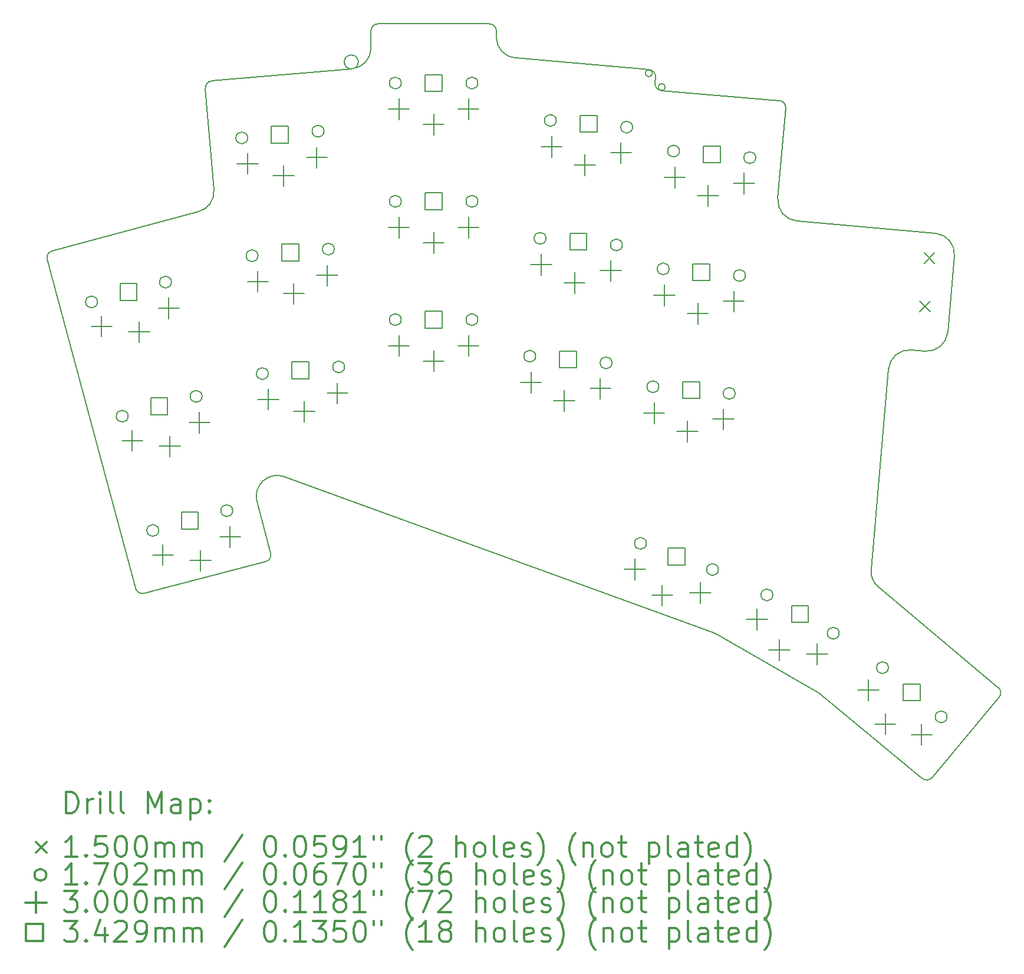
<source format=gbr>
%FSLAX45Y45*%
G04 Gerber Fmt 4.5, Leading zero omitted, Abs format (unit mm)*
G04 Created by KiCad (PCBNEW (5.1.10)-1) date 2021-09-28 07:08:21*
%MOMM*%
%LPD*%
G01*
G04 APERTURE LIST*
%TA.AperFunction,Profile*%
%ADD10C,0.150000*%
%TD*%
%ADD11C,0.200000*%
%ADD12C,0.300000*%
G04 APERTURE END LIST*
D10*
X22841889Y-11438755D02*
X24537221Y-11582290D01*
X16415625Y-12862500D02*
G75*
G02*
X16194412Y-13178424I-298858J-26147D01*
G01*
X15413099Y-18661336D02*
X17160539Y-18206850D01*
X17231250Y-18084375D02*
G75*
G02*
X17160539Y-18206850I-96593J-25882D01*
G01*
X17034375Y-17346396D02*
X17231250Y-18084375D01*
X14019914Y-13866224D02*
X15290625Y-18590625D01*
X15413099Y-18661336D02*
G75*
G02*
X15290625Y-18590625I-25882J96593D01*
G01*
X14090625Y-13743750D02*
X16194412Y-13178424D01*
X14019914Y-13866224D02*
G75*
G02*
X14090625Y-13743750I96593J25882D01*
G01*
X16293750Y-11409375D02*
X16415625Y-12862500D01*
X16384654Y-11301040D02*
X18397958Y-11127088D01*
X16293750Y-11409375D02*
G75*
G02*
X16384654Y-11301040I99620J8716D01*
G01*
X20471811Y-10672085D02*
X20471811Y-10580036D01*
X20371811Y-10480036D02*
G75*
G02*
X20471811Y-10580036I0J-100000D01*
G01*
X20371811Y-10480036D02*
X18771811Y-10480036D01*
X18671811Y-10580036D02*
G75*
G02*
X18771811Y-10480036I100000J0D01*
G01*
X18671811Y-10580036D02*
X18671811Y-10828230D01*
X22750985Y-11330420D02*
X22758248Y-11247404D01*
X22667344Y-11139069D02*
G75*
G02*
X22758248Y-11247404I-8716J-99620D01*
G01*
X20745665Y-10970944D02*
X22667344Y-11139069D01*
X25853880Y-18316903D02*
X26105713Y-15438436D01*
X24787500Y-13312500D02*
X26778122Y-13489625D01*
X26954962Y-14910444D02*
X27050834Y-13814630D01*
X26629957Y-15183156D02*
X26430718Y-15165725D01*
X24514788Y-12987495D02*
X24628125Y-11690625D01*
X24537221Y-11582290D02*
G75*
G02*
X24628125Y-11690625I-8716J-99620D01*
G01*
X17426759Y-16986842D02*
X23597822Y-19233747D01*
X23645216Y-19255847D02*
X25102306Y-20097098D01*
X25102306Y-20097098D02*
X26587242Y-21321701D01*
X26728125Y-21309375D02*
G75*
G02*
X26587242Y-21321701I-76604J64279D01*
G01*
X26728125Y-21309375D02*
X27693750Y-20156250D01*
X27681424Y-20015367D02*
G75*
G02*
X27693750Y-20156250I-64279J-76604D01*
G01*
X25959902Y-18572863D02*
X27681424Y-20015367D01*
X17034375Y-17346396D02*
G75*
G02*
X17426759Y-16986842I289778J77646D01*
G01*
X23597822Y-19233747D02*
G75*
G02*
X23645216Y-19255847I-102606J-281908D01*
G01*
X25959902Y-18572863D02*
G75*
G02*
X25853880Y-18316903I192836J229813D01*
G01*
X26105713Y-15438436D02*
G75*
G02*
X26430718Y-15165725I298858J-26147D01*
G01*
X26954962Y-14910444D02*
G75*
G02*
X26629957Y-15183156I-298858J26147D01*
G01*
X26778122Y-13489625D02*
G75*
G02*
X27050834Y-13814630I-26147J-298858D01*
G01*
X24787500Y-13312500D02*
G75*
G02*
X24514788Y-12987495I26147J298858D01*
G01*
X20745665Y-10970944D02*
G75*
G02*
X20471811Y-10672085I26147J298858D01*
G01*
X18671811Y-10828230D02*
G75*
G02*
X18397958Y-11127088I-300000J0D01*
G01*
X26105713Y-15438436D02*
G75*
G02*
X26105713Y-15438436I99620J-8716D01*
G01*
X26954962Y-14910444D02*
G75*
G02*
X26954962Y-14910444I-99619J8716D01*
G01*
X26778122Y-13489625D02*
G75*
G02*
X26778122Y-13489625I-8716J-99620D01*
G01*
X22841888Y-11438755D02*
G75*
G02*
X22750985Y-11330420I8716J99619D01*
G01*
X20745665Y-10970944D02*
G75*
G02*
X20745665Y-10970944I8716J99620D01*
G01*
X18397958Y-11127088D02*
G75*
G02*
X18397958Y-11127088I-8716J99619D01*
G01*
X23597822Y-19233747D02*
G75*
G02*
X23597822Y-19233747I-17101J-46985D01*
G01*
X22841889Y-11438755D02*
G75*
G02*
X22841889Y-11438755I4358J49810D01*
G01*
X22667344Y-11139069D02*
G75*
G02*
X22667344Y-11139069I-4358J-49810D01*
G01*
D11*
X26555946Y-14465798D02*
X26705946Y-14615798D01*
X26705946Y-14465798D02*
X26555946Y-14615798D01*
X26616955Y-13768461D02*
X26766955Y-13918461D01*
X26766955Y-13768461D02*
X26616955Y-13918461D01*
X14743229Y-14475504D02*
G75*
G03*
X14743229Y-14475504I-85090J0D01*
G01*
X15183221Y-16117578D02*
G75*
G03*
X15183221Y-16117578I-85090J0D01*
G01*
X15623213Y-17759652D02*
G75*
G03*
X15623213Y-17759652I-85090J0D01*
G01*
X15805747Y-14190803D02*
G75*
G03*
X15805747Y-14190803I-85090J0D01*
G01*
X16245739Y-15832877D02*
G75*
G03*
X16245739Y-15832877I-85090J0D01*
G01*
X16685732Y-17474951D02*
G75*
G03*
X16685732Y-17474951I-85090J0D01*
G01*
X16900738Y-12118769D02*
G75*
G03*
X16900738Y-12118769I-85090J0D01*
G01*
X17048903Y-13812300D02*
G75*
G03*
X17048903Y-13812300I-85090J0D01*
G01*
X17197067Y-15505831D02*
G75*
G03*
X17197067Y-15505831I-85090J0D01*
G01*
X17996552Y-12022898D02*
G75*
G03*
X17996552Y-12022898I-85090J0D01*
G01*
X18144717Y-13716429D02*
G75*
G03*
X18144717Y-13716429I-85090J0D01*
G01*
X18292881Y-15409960D02*
G75*
G03*
X18292881Y-15409960I-85090J0D01*
G01*
X19106901Y-11330036D02*
G75*
G03*
X19106901Y-11330036I-85090J0D01*
G01*
X19106901Y-13030036D02*
G75*
G03*
X19106901Y-13030036I-85090J0D01*
G01*
X19106901Y-14730036D02*
G75*
G03*
X19106901Y-14730036I-85090J0D01*
G01*
X20206901Y-11330036D02*
G75*
G03*
X20206901Y-11330036I-85090J0D01*
G01*
X20206901Y-13030036D02*
G75*
G03*
X20206901Y-13030036I-85090J0D01*
G01*
X20206901Y-14730036D02*
G75*
G03*
X20206901Y-14730036I-85090J0D01*
G01*
X21037159Y-15255236D02*
G75*
G03*
X21037159Y-15255236I-85090J0D01*
G01*
X21185324Y-13561705D02*
G75*
G03*
X21185324Y-13561705I-85090J0D01*
G01*
X21333489Y-11868174D02*
G75*
G03*
X21333489Y-11868174I-85090J0D01*
G01*
X22132973Y-15351107D02*
G75*
G03*
X22132973Y-15351107I-85090J0D01*
G01*
X22281138Y-13657576D02*
G75*
G03*
X22281138Y-13657576I-85090J0D01*
G01*
X22429303Y-11964046D02*
G75*
G03*
X22429303Y-11964046I-85090J0D01*
G01*
X22627518Y-17945064D02*
G75*
G03*
X22627518Y-17945064I-85090J0D01*
G01*
X22805615Y-15694372D02*
G75*
G03*
X22805615Y-15694372I-85090J0D01*
G01*
X22953780Y-14000841D02*
G75*
G03*
X22953780Y-14000841I-85090J0D01*
G01*
X23101945Y-12307310D02*
G75*
G03*
X23101945Y-12307310I-85090J0D01*
G01*
X23661179Y-18321286D02*
G75*
G03*
X23661179Y-18321286I-85090J0D01*
G01*
X23901429Y-15790243D02*
G75*
G03*
X23901429Y-15790243I-85090J0D01*
G01*
X24049594Y-14096712D02*
G75*
G03*
X24049594Y-14096712I-85090J0D01*
G01*
X24197759Y-12403181D02*
G75*
G03*
X24197759Y-12403181I-85090J0D01*
G01*
X24443262Y-18685977D02*
G75*
G03*
X24443262Y-18685977I-85090J0D01*
G01*
X25395890Y-19235977D02*
G75*
G03*
X25395890Y-19235977I-85090J0D01*
G01*
X26102762Y-19730934D02*
G75*
G03*
X26102762Y-19730934I-85090J0D01*
G01*
X26945411Y-20438001D02*
G75*
G03*
X26945411Y-20438001I-85090J0D01*
G01*
X14803492Y-14674785D02*
X14803492Y-14974785D01*
X14653492Y-14824785D02*
X14953492Y-14824785D01*
X15243484Y-16316859D02*
X15243484Y-16616859D01*
X15093484Y-16466859D02*
X15393484Y-16466859D01*
X15343395Y-14757879D02*
X15343395Y-15057879D01*
X15193395Y-14907879D02*
X15493395Y-14907879D01*
X15343395Y-14757879D02*
X15343395Y-15057879D01*
X15193395Y-14907879D02*
X15493395Y-14907879D01*
X15683477Y-17958933D02*
X15683477Y-18258933D01*
X15533477Y-18108933D02*
X15833477Y-18108933D01*
X15769418Y-14415966D02*
X15769418Y-14715966D01*
X15619418Y-14565966D02*
X15919418Y-14565966D01*
X15783388Y-16399953D02*
X15783388Y-16699953D01*
X15633388Y-16549953D02*
X15933388Y-16549953D01*
X15783388Y-16399953D02*
X15783388Y-16699953D01*
X15633388Y-16549953D02*
X15933388Y-16549953D01*
X16209410Y-16058040D02*
X16209410Y-16358040D01*
X16059410Y-16208040D02*
X16359410Y-16208040D01*
X16223380Y-18042027D02*
X16223380Y-18342027D01*
X16073380Y-18192027D02*
X16373380Y-18192027D01*
X16223380Y-18042027D02*
X16223380Y-18342027D01*
X16073380Y-18192027D02*
X16373380Y-18192027D01*
X16649403Y-17700114D02*
X16649403Y-18000114D01*
X16499403Y-17850114D02*
X16799403Y-17850114D01*
X16898141Y-12337985D02*
X16898141Y-12637985D01*
X16748141Y-12487985D02*
X17048141Y-12487985D01*
X17046306Y-14031516D02*
X17046306Y-14331516D01*
X16896306Y-14181516D02*
X17196306Y-14181516D01*
X17194470Y-15725047D02*
X17194470Y-16025047D01*
X17044470Y-15875047D02*
X17344470Y-15875047D01*
X17415413Y-12513570D02*
X17415413Y-12813570D01*
X17265413Y-12663570D02*
X17565413Y-12663570D01*
X17415413Y-12513570D02*
X17415413Y-12813570D01*
X17265413Y-12663570D02*
X17565413Y-12663570D01*
X17563577Y-14207101D02*
X17563577Y-14507101D01*
X17413577Y-14357101D02*
X17713577Y-14357101D01*
X17563577Y-14207101D02*
X17563577Y-14507101D01*
X17413577Y-14357101D02*
X17713577Y-14357101D01*
X17711742Y-15900632D02*
X17711742Y-16200632D01*
X17561742Y-16050632D02*
X17861742Y-16050632D01*
X17711742Y-15900632D02*
X17711742Y-16200632D01*
X17561742Y-16050632D02*
X17861742Y-16050632D01*
X17894336Y-12250829D02*
X17894336Y-12550829D01*
X17744336Y-12400829D02*
X18044336Y-12400829D01*
X18042500Y-13944360D02*
X18042500Y-14244360D01*
X17892500Y-14094360D02*
X18192500Y-14094360D01*
X18190665Y-15637891D02*
X18190665Y-15937891D01*
X18040665Y-15787891D02*
X18340665Y-15787891D01*
X19071811Y-11555036D02*
X19071811Y-11855036D01*
X18921811Y-11705036D02*
X19221811Y-11705036D01*
X19071811Y-13255036D02*
X19071811Y-13555036D01*
X18921811Y-13405036D02*
X19221811Y-13405036D01*
X19071811Y-14955036D02*
X19071811Y-15255036D01*
X18921811Y-15105036D02*
X19221811Y-15105036D01*
X19571811Y-11775036D02*
X19571811Y-12075036D01*
X19421811Y-11925036D02*
X19721811Y-11925036D01*
X19571811Y-11775036D02*
X19571811Y-12075036D01*
X19421811Y-11925036D02*
X19721811Y-11925036D01*
X19571811Y-13475036D02*
X19571811Y-13775036D01*
X19421811Y-13625036D02*
X19721811Y-13625036D01*
X19571811Y-13475036D02*
X19571811Y-13775036D01*
X19421811Y-13625036D02*
X19721811Y-13625036D01*
X19571811Y-15175036D02*
X19571811Y-15475036D01*
X19421811Y-15325036D02*
X19721811Y-15325036D01*
X19571811Y-15175036D02*
X19571811Y-15475036D01*
X19421811Y-15325036D02*
X19721811Y-15325036D01*
X20071811Y-11555036D02*
X20071811Y-11855036D01*
X19921811Y-11705036D02*
X20221811Y-11705036D01*
X20071811Y-13255036D02*
X20071811Y-13555036D01*
X19921811Y-13405036D02*
X20221811Y-13405036D01*
X20071811Y-14955036D02*
X20071811Y-15255036D01*
X19921811Y-15105036D02*
X20221811Y-15105036D01*
X20969195Y-15483167D02*
X20969195Y-15783167D01*
X20819195Y-15633167D02*
X21119195Y-15633167D01*
X21117360Y-13789636D02*
X21117360Y-14089636D01*
X20967360Y-13939636D02*
X21267360Y-13939636D01*
X21265525Y-12096105D02*
X21265525Y-12396105D01*
X21115525Y-12246105D02*
X21415525Y-12246105D01*
X21448118Y-15745908D02*
X21448118Y-16045908D01*
X21298118Y-15895908D02*
X21598118Y-15895908D01*
X21448118Y-15745908D02*
X21448118Y-16045908D01*
X21298118Y-15895908D02*
X21598118Y-15895908D01*
X21596283Y-14052377D02*
X21596283Y-14352377D01*
X21446283Y-14202377D02*
X21746283Y-14202377D01*
X21596283Y-14052377D02*
X21596283Y-14352377D01*
X21446283Y-14202377D02*
X21746283Y-14202377D01*
X21744448Y-12358846D02*
X21744448Y-12658846D01*
X21594448Y-12508846D02*
X21894448Y-12508846D01*
X21744448Y-12358846D02*
X21744448Y-12658846D01*
X21594448Y-12508846D02*
X21894448Y-12508846D01*
X21965390Y-15570323D02*
X21965390Y-15870323D01*
X21815390Y-15720323D02*
X22115390Y-15720323D01*
X22113555Y-13876792D02*
X22113555Y-14176792D01*
X21963555Y-14026792D02*
X22263555Y-14026792D01*
X22261720Y-12183261D02*
X22261720Y-12483261D01*
X22111720Y-12333261D02*
X22411719Y-12333261D01*
X22461155Y-18164549D02*
X22461155Y-18464549D01*
X22311155Y-18314549D02*
X22611155Y-18314549D01*
X22737652Y-15922302D02*
X22737652Y-16222302D01*
X22587652Y-16072302D02*
X22887652Y-16072302D01*
X22855757Y-18542292D02*
X22855757Y-18842292D01*
X22705757Y-18692292D02*
X23005757Y-18692292D01*
X22855757Y-18542292D02*
X22855757Y-18842292D01*
X22705757Y-18692292D02*
X23005757Y-18692292D01*
X22885816Y-14228771D02*
X22885816Y-14528771D01*
X22735816Y-14378771D02*
X23035816Y-14378771D01*
X23033981Y-12535240D02*
X23033981Y-12835240D01*
X22883981Y-12685240D02*
X23183981Y-12685240D01*
X23216575Y-16185043D02*
X23216575Y-16485043D01*
X23066575Y-16335043D02*
X23366575Y-16335043D01*
X23216575Y-16185043D02*
X23216575Y-16485043D01*
X23066575Y-16335043D02*
X23366575Y-16335043D01*
X23364739Y-14491512D02*
X23364739Y-14791512D01*
X23214739Y-14641512D02*
X23514739Y-14641512D01*
X23364739Y-14491512D02*
X23364739Y-14791512D01*
X23214739Y-14641512D02*
X23514739Y-14641512D01*
X23400847Y-18506569D02*
X23400847Y-18806569D01*
X23250847Y-18656569D02*
X23550847Y-18656569D01*
X23512904Y-12797981D02*
X23512904Y-13097981D01*
X23362904Y-12947981D02*
X23662904Y-12947981D01*
X23512904Y-12797981D02*
X23512904Y-13097981D01*
X23362904Y-12947981D02*
X23662904Y-12947981D01*
X23733846Y-16009458D02*
X23733846Y-16309458D01*
X23583846Y-16159458D02*
X23883846Y-16159458D01*
X23882011Y-14315927D02*
X23882011Y-14615927D01*
X23732011Y-14465927D02*
X24032011Y-14465927D01*
X24030176Y-12622396D02*
X24030176Y-12922396D01*
X23880176Y-12772396D02*
X24180176Y-12772396D01*
X24213973Y-18885736D02*
X24213973Y-19185736D01*
X24063973Y-19035736D02*
X24363973Y-19035736D01*
X24536986Y-19326262D02*
X24536986Y-19626262D01*
X24386986Y-19476262D02*
X24686986Y-19476262D01*
X24536986Y-19326262D02*
X24536986Y-19626262D01*
X24386986Y-19476262D02*
X24686986Y-19476262D01*
X25079998Y-19385736D02*
X25079998Y-19685736D01*
X24929998Y-19535736D02*
X25229998Y-19535736D01*
X25814929Y-19900340D02*
X25814929Y-20200340D01*
X25664929Y-20050340D02*
X25964929Y-20050340D01*
X26056538Y-20390264D02*
X26056538Y-20690264D01*
X25906538Y-20540264D02*
X26206538Y-20540264D01*
X26056538Y-20390264D02*
X26056538Y-20690264D01*
X25906538Y-20540264D02*
X26206538Y-20540264D01*
X26580974Y-20543128D02*
X26580974Y-20843128D01*
X26430974Y-20693128D02*
X26730974Y-20693128D01*
X15310632Y-14454388D02*
X15310632Y-14211919D01*
X15068163Y-14211919D01*
X15068163Y-14454388D01*
X15310632Y-14454388D01*
X15750625Y-16096462D02*
X15750625Y-15853993D01*
X15508156Y-15853993D01*
X15508156Y-16096462D01*
X15750625Y-16096462D01*
X16190617Y-17738536D02*
X16190617Y-17496067D01*
X15948148Y-17496067D01*
X15948148Y-17738536D01*
X16190617Y-17738536D01*
X17484789Y-12192068D02*
X17484789Y-11949599D01*
X17242320Y-11949599D01*
X17242320Y-12192068D01*
X17484789Y-12192068D01*
X17632954Y-13885599D02*
X17632954Y-13643130D01*
X17390485Y-13643130D01*
X17390485Y-13885599D01*
X17632954Y-13885599D01*
X17781119Y-15579130D02*
X17781119Y-15336661D01*
X17538650Y-15336661D01*
X17538650Y-15579130D01*
X17781119Y-15579130D01*
X19693046Y-11451271D02*
X19693046Y-11208801D01*
X19450577Y-11208801D01*
X19450577Y-11451271D01*
X19693046Y-11451271D01*
X19693046Y-13151271D02*
X19693046Y-12908801D01*
X19450577Y-12908801D01*
X19450577Y-13151271D01*
X19693046Y-13151271D01*
X19693046Y-14851271D02*
X19693046Y-14608801D01*
X19450577Y-14608801D01*
X19450577Y-14851271D01*
X19693046Y-14851271D01*
X21621211Y-15424406D02*
X21621211Y-15181937D01*
X21378742Y-15181937D01*
X21378742Y-15424406D01*
X21621211Y-15424406D01*
X21769375Y-13730875D02*
X21769375Y-13488406D01*
X21526906Y-13488406D01*
X21526906Y-13730875D01*
X21769375Y-13730875D01*
X21917540Y-12037344D02*
X21917540Y-11794875D01*
X21675071Y-11794875D01*
X21675071Y-12037344D01*
X21917540Y-12037344D01*
X23180493Y-18254409D02*
X23180493Y-18011940D01*
X22938024Y-18011940D01*
X22938024Y-18254409D01*
X23180493Y-18254409D01*
X23389667Y-15863542D02*
X23389667Y-15621073D01*
X23147198Y-15621073D01*
X23147198Y-15863542D01*
X23389667Y-15863542D01*
X23537832Y-14170011D02*
X23537832Y-13927542D01*
X23295363Y-13927542D01*
X23295363Y-14170011D01*
X23537832Y-14170011D01*
X23685996Y-12476480D02*
X23685996Y-12234011D01*
X23443527Y-12234011D01*
X23443527Y-12476480D01*
X23685996Y-12476480D01*
X24955720Y-19082211D02*
X24955720Y-18839742D01*
X24713251Y-18839742D01*
X24713251Y-19082211D01*
X24955720Y-19082211D01*
X26560231Y-20205702D02*
X26560231Y-19963233D01*
X26317762Y-19963233D01*
X26317762Y-20205702D01*
X26560231Y-20205702D01*
D12*
X14295435Y-21818311D02*
X14295435Y-21518311D01*
X14366864Y-21518311D01*
X14409721Y-21532596D01*
X14438292Y-21561168D01*
X14452578Y-21589739D01*
X14466864Y-21646882D01*
X14466864Y-21689739D01*
X14452578Y-21746882D01*
X14438292Y-21775453D01*
X14409721Y-21804025D01*
X14366864Y-21818311D01*
X14295435Y-21818311D01*
X14595435Y-21818311D02*
X14595435Y-21618311D01*
X14595435Y-21675453D02*
X14609721Y-21646882D01*
X14624007Y-21632596D01*
X14652578Y-21618311D01*
X14681150Y-21618311D01*
X14781150Y-21818311D02*
X14781150Y-21618311D01*
X14781150Y-21518311D02*
X14766864Y-21532596D01*
X14781150Y-21546882D01*
X14795435Y-21532596D01*
X14781150Y-21518311D01*
X14781150Y-21546882D01*
X14966864Y-21818311D02*
X14938292Y-21804025D01*
X14924007Y-21775453D01*
X14924007Y-21518311D01*
X15124007Y-21818311D02*
X15095435Y-21804025D01*
X15081150Y-21775453D01*
X15081150Y-21518311D01*
X15466864Y-21818311D02*
X15466864Y-21518311D01*
X15566864Y-21732596D01*
X15666864Y-21518311D01*
X15666864Y-21818311D01*
X15938292Y-21818311D02*
X15938292Y-21661168D01*
X15924007Y-21632596D01*
X15895435Y-21618311D01*
X15838292Y-21618311D01*
X15809721Y-21632596D01*
X15938292Y-21804025D02*
X15909721Y-21818311D01*
X15838292Y-21818311D01*
X15809721Y-21804025D01*
X15795435Y-21775453D01*
X15795435Y-21746882D01*
X15809721Y-21718311D01*
X15838292Y-21704025D01*
X15909721Y-21704025D01*
X15938292Y-21689739D01*
X16081150Y-21618311D02*
X16081150Y-21918311D01*
X16081150Y-21632596D02*
X16109721Y-21618311D01*
X16166864Y-21618311D01*
X16195435Y-21632596D01*
X16209721Y-21646882D01*
X16224007Y-21675453D01*
X16224007Y-21761168D01*
X16209721Y-21789739D01*
X16195435Y-21804025D01*
X16166864Y-21818311D01*
X16109721Y-21818311D01*
X16081150Y-21804025D01*
X16352578Y-21789739D02*
X16366864Y-21804025D01*
X16352578Y-21818311D01*
X16338292Y-21804025D01*
X16352578Y-21789739D01*
X16352578Y-21818311D01*
X16352578Y-21632596D02*
X16366864Y-21646882D01*
X16352578Y-21661168D01*
X16338292Y-21646882D01*
X16352578Y-21632596D01*
X16352578Y-21661168D01*
X13859007Y-22237596D02*
X14009007Y-22387596D01*
X14009007Y-22237596D02*
X13859007Y-22387596D01*
X14452578Y-22448310D02*
X14281150Y-22448310D01*
X14366864Y-22448310D02*
X14366864Y-22148311D01*
X14338292Y-22191168D01*
X14309721Y-22219739D01*
X14281150Y-22234025D01*
X14581150Y-22419739D02*
X14595435Y-22434025D01*
X14581150Y-22448310D01*
X14566864Y-22434025D01*
X14581150Y-22419739D01*
X14581150Y-22448310D01*
X14866864Y-22148311D02*
X14724007Y-22148311D01*
X14709721Y-22291168D01*
X14724007Y-22276882D01*
X14752578Y-22262596D01*
X14824007Y-22262596D01*
X14852578Y-22276882D01*
X14866864Y-22291168D01*
X14881150Y-22319739D01*
X14881150Y-22391168D01*
X14866864Y-22419739D01*
X14852578Y-22434025D01*
X14824007Y-22448310D01*
X14752578Y-22448310D01*
X14724007Y-22434025D01*
X14709721Y-22419739D01*
X15066864Y-22148311D02*
X15095435Y-22148311D01*
X15124007Y-22162596D01*
X15138292Y-22176882D01*
X15152578Y-22205453D01*
X15166864Y-22262596D01*
X15166864Y-22334025D01*
X15152578Y-22391168D01*
X15138292Y-22419739D01*
X15124007Y-22434025D01*
X15095435Y-22448310D01*
X15066864Y-22448310D01*
X15038292Y-22434025D01*
X15024007Y-22419739D01*
X15009721Y-22391168D01*
X14995435Y-22334025D01*
X14995435Y-22262596D01*
X15009721Y-22205453D01*
X15024007Y-22176882D01*
X15038292Y-22162596D01*
X15066864Y-22148311D01*
X15352578Y-22148311D02*
X15381150Y-22148311D01*
X15409721Y-22162596D01*
X15424007Y-22176882D01*
X15438292Y-22205453D01*
X15452578Y-22262596D01*
X15452578Y-22334025D01*
X15438292Y-22391168D01*
X15424007Y-22419739D01*
X15409721Y-22434025D01*
X15381150Y-22448310D01*
X15352578Y-22448310D01*
X15324007Y-22434025D01*
X15309721Y-22419739D01*
X15295435Y-22391168D01*
X15281150Y-22334025D01*
X15281150Y-22262596D01*
X15295435Y-22205453D01*
X15309721Y-22176882D01*
X15324007Y-22162596D01*
X15352578Y-22148311D01*
X15581150Y-22448310D02*
X15581150Y-22248311D01*
X15581150Y-22276882D02*
X15595435Y-22262596D01*
X15624007Y-22248311D01*
X15666864Y-22248311D01*
X15695435Y-22262596D01*
X15709721Y-22291168D01*
X15709721Y-22448310D01*
X15709721Y-22291168D02*
X15724007Y-22262596D01*
X15752578Y-22248311D01*
X15795435Y-22248311D01*
X15824007Y-22262596D01*
X15838292Y-22291168D01*
X15838292Y-22448310D01*
X15981150Y-22448310D02*
X15981150Y-22248311D01*
X15981150Y-22276882D02*
X15995435Y-22262596D01*
X16024007Y-22248311D01*
X16066864Y-22248311D01*
X16095435Y-22262596D01*
X16109721Y-22291168D01*
X16109721Y-22448310D01*
X16109721Y-22291168D02*
X16124007Y-22262596D01*
X16152578Y-22248311D01*
X16195435Y-22248311D01*
X16224007Y-22262596D01*
X16238292Y-22291168D01*
X16238292Y-22448310D01*
X16824007Y-22134025D02*
X16566864Y-22519739D01*
X17209721Y-22148311D02*
X17238293Y-22148311D01*
X17266864Y-22162596D01*
X17281150Y-22176882D01*
X17295435Y-22205453D01*
X17309721Y-22262596D01*
X17309721Y-22334025D01*
X17295435Y-22391168D01*
X17281150Y-22419739D01*
X17266864Y-22434025D01*
X17238293Y-22448310D01*
X17209721Y-22448310D01*
X17181150Y-22434025D01*
X17166864Y-22419739D01*
X17152578Y-22391168D01*
X17138293Y-22334025D01*
X17138293Y-22262596D01*
X17152578Y-22205453D01*
X17166864Y-22176882D01*
X17181150Y-22162596D01*
X17209721Y-22148311D01*
X17438293Y-22419739D02*
X17452578Y-22434025D01*
X17438293Y-22448310D01*
X17424007Y-22434025D01*
X17438293Y-22419739D01*
X17438293Y-22448310D01*
X17638293Y-22148311D02*
X17666864Y-22148311D01*
X17695435Y-22162596D01*
X17709721Y-22176882D01*
X17724007Y-22205453D01*
X17738293Y-22262596D01*
X17738293Y-22334025D01*
X17724007Y-22391168D01*
X17709721Y-22419739D01*
X17695435Y-22434025D01*
X17666864Y-22448310D01*
X17638293Y-22448310D01*
X17609721Y-22434025D01*
X17595435Y-22419739D01*
X17581150Y-22391168D01*
X17566864Y-22334025D01*
X17566864Y-22262596D01*
X17581150Y-22205453D01*
X17595435Y-22176882D01*
X17609721Y-22162596D01*
X17638293Y-22148311D01*
X18009721Y-22148311D02*
X17866864Y-22148311D01*
X17852578Y-22291168D01*
X17866864Y-22276882D01*
X17895435Y-22262596D01*
X17966864Y-22262596D01*
X17995435Y-22276882D01*
X18009721Y-22291168D01*
X18024007Y-22319739D01*
X18024007Y-22391168D01*
X18009721Y-22419739D01*
X17995435Y-22434025D01*
X17966864Y-22448310D01*
X17895435Y-22448310D01*
X17866864Y-22434025D01*
X17852578Y-22419739D01*
X18166864Y-22448310D02*
X18224007Y-22448310D01*
X18252578Y-22434025D01*
X18266864Y-22419739D01*
X18295435Y-22376882D01*
X18309721Y-22319739D01*
X18309721Y-22205453D01*
X18295435Y-22176882D01*
X18281150Y-22162596D01*
X18252578Y-22148311D01*
X18195435Y-22148311D01*
X18166864Y-22162596D01*
X18152578Y-22176882D01*
X18138293Y-22205453D01*
X18138293Y-22276882D01*
X18152578Y-22305453D01*
X18166864Y-22319739D01*
X18195435Y-22334025D01*
X18252578Y-22334025D01*
X18281150Y-22319739D01*
X18295435Y-22305453D01*
X18309721Y-22276882D01*
X18595435Y-22448310D02*
X18424007Y-22448310D01*
X18509721Y-22448310D02*
X18509721Y-22148311D01*
X18481150Y-22191168D01*
X18452578Y-22219739D01*
X18424007Y-22234025D01*
X18709721Y-22148311D02*
X18709721Y-22205453D01*
X18824007Y-22148311D02*
X18824007Y-22205453D01*
X19266864Y-22562596D02*
X19252578Y-22548310D01*
X19224007Y-22505453D01*
X19209721Y-22476882D01*
X19195435Y-22434025D01*
X19181150Y-22362596D01*
X19181150Y-22305453D01*
X19195435Y-22234025D01*
X19209721Y-22191168D01*
X19224007Y-22162596D01*
X19252578Y-22119739D01*
X19266864Y-22105453D01*
X19366864Y-22176882D02*
X19381150Y-22162596D01*
X19409721Y-22148311D01*
X19481150Y-22148311D01*
X19509721Y-22162596D01*
X19524007Y-22176882D01*
X19538293Y-22205453D01*
X19538293Y-22234025D01*
X19524007Y-22276882D01*
X19352578Y-22448310D01*
X19538293Y-22448310D01*
X19895435Y-22448310D02*
X19895435Y-22148311D01*
X20024007Y-22448310D02*
X20024007Y-22291168D01*
X20009721Y-22262596D01*
X19981150Y-22248311D01*
X19938293Y-22248311D01*
X19909721Y-22262596D01*
X19895435Y-22276882D01*
X20209721Y-22448310D02*
X20181150Y-22434025D01*
X20166864Y-22419739D01*
X20152578Y-22391168D01*
X20152578Y-22305453D01*
X20166864Y-22276882D01*
X20181150Y-22262596D01*
X20209721Y-22248311D01*
X20252578Y-22248311D01*
X20281150Y-22262596D01*
X20295435Y-22276882D01*
X20309721Y-22305453D01*
X20309721Y-22391168D01*
X20295435Y-22419739D01*
X20281150Y-22434025D01*
X20252578Y-22448310D01*
X20209721Y-22448310D01*
X20481150Y-22448310D02*
X20452578Y-22434025D01*
X20438293Y-22405453D01*
X20438293Y-22148311D01*
X20709721Y-22434025D02*
X20681150Y-22448310D01*
X20624007Y-22448310D01*
X20595435Y-22434025D01*
X20581150Y-22405453D01*
X20581150Y-22291168D01*
X20595435Y-22262596D01*
X20624007Y-22248311D01*
X20681150Y-22248311D01*
X20709721Y-22262596D01*
X20724007Y-22291168D01*
X20724007Y-22319739D01*
X20581150Y-22348311D01*
X20838293Y-22434025D02*
X20866864Y-22448310D01*
X20924007Y-22448310D01*
X20952578Y-22434025D01*
X20966864Y-22405453D01*
X20966864Y-22391168D01*
X20952578Y-22362596D01*
X20924007Y-22348311D01*
X20881150Y-22348311D01*
X20852578Y-22334025D01*
X20838293Y-22305453D01*
X20838293Y-22291168D01*
X20852578Y-22262596D01*
X20881150Y-22248311D01*
X20924007Y-22248311D01*
X20952578Y-22262596D01*
X21066864Y-22562596D02*
X21081150Y-22548310D01*
X21109721Y-22505453D01*
X21124007Y-22476882D01*
X21138293Y-22434025D01*
X21152578Y-22362596D01*
X21152578Y-22305453D01*
X21138293Y-22234025D01*
X21124007Y-22191168D01*
X21109721Y-22162596D01*
X21081150Y-22119739D01*
X21066864Y-22105453D01*
X21609721Y-22562596D02*
X21595435Y-22548310D01*
X21566864Y-22505453D01*
X21552578Y-22476882D01*
X21538293Y-22434025D01*
X21524007Y-22362596D01*
X21524007Y-22305453D01*
X21538293Y-22234025D01*
X21552578Y-22191168D01*
X21566864Y-22162596D01*
X21595435Y-22119739D01*
X21609721Y-22105453D01*
X21724007Y-22248311D02*
X21724007Y-22448310D01*
X21724007Y-22276882D02*
X21738293Y-22262596D01*
X21766864Y-22248311D01*
X21809721Y-22248311D01*
X21838293Y-22262596D01*
X21852578Y-22291168D01*
X21852578Y-22448310D01*
X22038293Y-22448310D02*
X22009721Y-22434025D01*
X21995435Y-22419739D01*
X21981150Y-22391168D01*
X21981150Y-22305453D01*
X21995435Y-22276882D01*
X22009721Y-22262596D01*
X22038293Y-22248311D01*
X22081150Y-22248311D01*
X22109721Y-22262596D01*
X22124007Y-22276882D01*
X22138293Y-22305453D01*
X22138293Y-22391168D01*
X22124007Y-22419739D01*
X22109721Y-22434025D01*
X22081150Y-22448310D01*
X22038293Y-22448310D01*
X22224007Y-22248311D02*
X22338293Y-22248311D01*
X22266864Y-22148311D02*
X22266864Y-22405453D01*
X22281150Y-22434025D01*
X22309721Y-22448310D01*
X22338293Y-22448310D01*
X22666864Y-22248311D02*
X22666864Y-22548310D01*
X22666864Y-22262596D02*
X22695435Y-22248311D01*
X22752578Y-22248311D01*
X22781150Y-22262596D01*
X22795435Y-22276882D01*
X22809721Y-22305453D01*
X22809721Y-22391168D01*
X22795435Y-22419739D01*
X22781150Y-22434025D01*
X22752578Y-22448310D01*
X22695435Y-22448310D01*
X22666864Y-22434025D01*
X22981150Y-22448310D02*
X22952578Y-22434025D01*
X22938292Y-22405453D01*
X22938292Y-22148311D01*
X23224007Y-22448310D02*
X23224007Y-22291168D01*
X23209721Y-22262596D01*
X23181150Y-22248311D01*
X23124007Y-22248311D01*
X23095435Y-22262596D01*
X23224007Y-22434025D02*
X23195435Y-22448310D01*
X23124007Y-22448310D01*
X23095435Y-22434025D01*
X23081150Y-22405453D01*
X23081150Y-22376882D01*
X23095435Y-22348311D01*
X23124007Y-22334025D01*
X23195435Y-22334025D01*
X23224007Y-22319739D01*
X23324007Y-22248311D02*
X23438292Y-22248311D01*
X23366864Y-22148311D02*
X23366864Y-22405453D01*
X23381150Y-22434025D01*
X23409721Y-22448310D01*
X23438292Y-22448310D01*
X23652578Y-22434025D02*
X23624007Y-22448310D01*
X23566864Y-22448310D01*
X23538292Y-22434025D01*
X23524007Y-22405453D01*
X23524007Y-22291168D01*
X23538292Y-22262596D01*
X23566864Y-22248311D01*
X23624007Y-22248311D01*
X23652578Y-22262596D01*
X23666864Y-22291168D01*
X23666864Y-22319739D01*
X23524007Y-22348311D01*
X23924007Y-22448310D02*
X23924007Y-22148311D01*
X23924007Y-22434025D02*
X23895435Y-22448310D01*
X23838292Y-22448310D01*
X23809721Y-22434025D01*
X23795435Y-22419739D01*
X23781150Y-22391168D01*
X23781150Y-22305453D01*
X23795435Y-22276882D01*
X23809721Y-22262596D01*
X23838292Y-22248311D01*
X23895435Y-22248311D01*
X23924007Y-22262596D01*
X24038292Y-22562596D02*
X24052578Y-22548310D01*
X24081150Y-22505453D01*
X24095435Y-22476882D01*
X24109721Y-22434025D01*
X24124007Y-22362596D01*
X24124007Y-22305453D01*
X24109721Y-22234025D01*
X24095435Y-22191168D01*
X24081150Y-22162596D01*
X24052578Y-22119739D01*
X24038292Y-22105453D01*
X14009007Y-22708596D02*
G75*
G03*
X14009007Y-22708596I-85090J0D01*
G01*
X14452578Y-22844310D02*
X14281150Y-22844310D01*
X14366864Y-22844310D02*
X14366864Y-22544310D01*
X14338292Y-22587168D01*
X14309721Y-22615739D01*
X14281150Y-22630025D01*
X14581150Y-22815739D02*
X14595435Y-22830025D01*
X14581150Y-22844310D01*
X14566864Y-22830025D01*
X14581150Y-22815739D01*
X14581150Y-22844310D01*
X14695435Y-22544310D02*
X14895435Y-22544310D01*
X14766864Y-22844310D01*
X15066864Y-22544310D02*
X15095435Y-22544310D01*
X15124007Y-22558596D01*
X15138292Y-22572882D01*
X15152578Y-22601453D01*
X15166864Y-22658596D01*
X15166864Y-22730025D01*
X15152578Y-22787168D01*
X15138292Y-22815739D01*
X15124007Y-22830025D01*
X15095435Y-22844310D01*
X15066864Y-22844310D01*
X15038292Y-22830025D01*
X15024007Y-22815739D01*
X15009721Y-22787168D01*
X14995435Y-22730025D01*
X14995435Y-22658596D01*
X15009721Y-22601453D01*
X15024007Y-22572882D01*
X15038292Y-22558596D01*
X15066864Y-22544310D01*
X15281150Y-22572882D02*
X15295435Y-22558596D01*
X15324007Y-22544310D01*
X15395435Y-22544310D01*
X15424007Y-22558596D01*
X15438292Y-22572882D01*
X15452578Y-22601453D01*
X15452578Y-22630025D01*
X15438292Y-22672882D01*
X15266864Y-22844310D01*
X15452578Y-22844310D01*
X15581150Y-22844310D02*
X15581150Y-22644310D01*
X15581150Y-22672882D02*
X15595435Y-22658596D01*
X15624007Y-22644310D01*
X15666864Y-22644310D01*
X15695435Y-22658596D01*
X15709721Y-22687168D01*
X15709721Y-22844310D01*
X15709721Y-22687168D02*
X15724007Y-22658596D01*
X15752578Y-22644310D01*
X15795435Y-22644310D01*
X15824007Y-22658596D01*
X15838292Y-22687168D01*
X15838292Y-22844310D01*
X15981150Y-22844310D02*
X15981150Y-22644310D01*
X15981150Y-22672882D02*
X15995435Y-22658596D01*
X16024007Y-22644310D01*
X16066864Y-22644310D01*
X16095435Y-22658596D01*
X16109721Y-22687168D01*
X16109721Y-22844310D01*
X16109721Y-22687168D02*
X16124007Y-22658596D01*
X16152578Y-22644310D01*
X16195435Y-22644310D01*
X16224007Y-22658596D01*
X16238292Y-22687168D01*
X16238292Y-22844310D01*
X16824007Y-22530025D02*
X16566864Y-22915739D01*
X17209721Y-22544310D02*
X17238293Y-22544310D01*
X17266864Y-22558596D01*
X17281150Y-22572882D01*
X17295435Y-22601453D01*
X17309721Y-22658596D01*
X17309721Y-22730025D01*
X17295435Y-22787168D01*
X17281150Y-22815739D01*
X17266864Y-22830025D01*
X17238293Y-22844310D01*
X17209721Y-22844310D01*
X17181150Y-22830025D01*
X17166864Y-22815739D01*
X17152578Y-22787168D01*
X17138293Y-22730025D01*
X17138293Y-22658596D01*
X17152578Y-22601453D01*
X17166864Y-22572882D01*
X17181150Y-22558596D01*
X17209721Y-22544310D01*
X17438293Y-22815739D02*
X17452578Y-22830025D01*
X17438293Y-22844310D01*
X17424007Y-22830025D01*
X17438293Y-22815739D01*
X17438293Y-22844310D01*
X17638293Y-22544310D02*
X17666864Y-22544310D01*
X17695435Y-22558596D01*
X17709721Y-22572882D01*
X17724007Y-22601453D01*
X17738293Y-22658596D01*
X17738293Y-22730025D01*
X17724007Y-22787168D01*
X17709721Y-22815739D01*
X17695435Y-22830025D01*
X17666864Y-22844310D01*
X17638293Y-22844310D01*
X17609721Y-22830025D01*
X17595435Y-22815739D01*
X17581150Y-22787168D01*
X17566864Y-22730025D01*
X17566864Y-22658596D01*
X17581150Y-22601453D01*
X17595435Y-22572882D01*
X17609721Y-22558596D01*
X17638293Y-22544310D01*
X17995435Y-22544310D02*
X17938293Y-22544310D01*
X17909721Y-22558596D01*
X17895435Y-22572882D01*
X17866864Y-22615739D01*
X17852578Y-22672882D01*
X17852578Y-22787168D01*
X17866864Y-22815739D01*
X17881150Y-22830025D01*
X17909721Y-22844310D01*
X17966864Y-22844310D01*
X17995435Y-22830025D01*
X18009721Y-22815739D01*
X18024007Y-22787168D01*
X18024007Y-22715739D01*
X18009721Y-22687168D01*
X17995435Y-22672882D01*
X17966864Y-22658596D01*
X17909721Y-22658596D01*
X17881150Y-22672882D01*
X17866864Y-22687168D01*
X17852578Y-22715739D01*
X18124007Y-22544310D02*
X18324007Y-22544310D01*
X18195435Y-22844310D01*
X18495435Y-22544310D02*
X18524007Y-22544310D01*
X18552578Y-22558596D01*
X18566864Y-22572882D01*
X18581150Y-22601453D01*
X18595435Y-22658596D01*
X18595435Y-22730025D01*
X18581150Y-22787168D01*
X18566864Y-22815739D01*
X18552578Y-22830025D01*
X18524007Y-22844310D01*
X18495435Y-22844310D01*
X18466864Y-22830025D01*
X18452578Y-22815739D01*
X18438293Y-22787168D01*
X18424007Y-22730025D01*
X18424007Y-22658596D01*
X18438293Y-22601453D01*
X18452578Y-22572882D01*
X18466864Y-22558596D01*
X18495435Y-22544310D01*
X18709721Y-22544310D02*
X18709721Y-22601453D01*
X18824007Y-22544310D02*
X18824007Y-22601453D01*
X19266864Y-22958596D02*
X19252578Y-22944310D01*
X19224007Y-22901453D01*
X19209721Y-22872882D01*
X19195435Y-22830025D01*
X19181150Y-22758596D01*
X19181150Y-22701453D01*
X19195435Y-22630025D01*
X19209721Y-22587168D01*
X19224007Y-22558596D01*
X19252578Y-22515739D01*
X19266864Y-22501453D01*
X19352578Y-22544310D02*
X19538293Y-22544310D01*
X19438293Y-22658596D01*
X19481150Y-22658596D01*
X19509721Y-22672882D01*
X19524007Y-22687168D01*
X19538293Y-22715739D01*
X19538293Y-22787168D01*
X19524007Y-22815739D01*
X19509721Y-22830025D01*
X19481150Y-22844310D01*
X19395435Y-22844310D01*
X19366864Y-22830025D01*
X19352578Y-22815739D01*
X19795435Y-22544310D02*
X19738293Y-22544310D01*
X19709721Y-22558596D01*
X19695435Y-22572882D01*
X19666864Y-22615739D01*
X19652578Y-22672882D01*
X19652578Y-22787168D01*
X19666864Y-22815739D01*
X19681150Y-22830025D01*
X19709721Y-22844310D01*
X19766864Y-22844310D01*
X19795435Y-22830025D01*
X19809721Y-22815739D01*
X19824007Y-22787168D01*
X19824007Y-22715739D01*
X19809721Y-22687168D01*
X19795435Y-22672882D01*
X19766864Y-22658596D01*
X19709721Y-22658596D01*
X19681150Y-22672882D01*
X19666864Y-22687168D01*
X19652578Y-22715739D01*
X20181150Y-22844310D02*
X20181150Y-22544310D01*
X20309721Y-22844310D02*
X20309721Y-22687168D01*
X20295435Y-22658596D01*
X20266864Y-22644310D01*
X20224007Y-22644310D01*
X20195435Y-22658596D01*
X20181150Y-22672882D01*
X20495435Y-22844310D02*
X20466864Y-22830025D01*
X20452578Y-22815739D01*
X20438293Y-22787168D01*
X20438293Y-22701453D01*
X20452578Y-22672882D01*
X20466864Y-22658596D01*
X20495435Y-22644310D01*
X20538293Y-22644310D01*
X20566864Y-22658596D01*
X20581150Y-22672882D01*
X20595435Y-22701453D01*
X20595435Y-22787168D01*
X20581150Y-22815739D01*
X20566864Y-22830025D01*
X20538293Y-22844310D01*
X20495435Y-22844310D01*
X20766864Y-22844310D02*
X20738293Y-22830025D01*
X20724007Y-22801453D01*
X20724007Y-22544310D01*
X20995435Y-22830025D02*
X20966864Y-22844310D01*
X20909721Y-22844310D01*
X20881150Y-22830025D01*
X20866864Y-22801453D01*
X20866864Y-22687168D01*
X20881150Y-22658596D01*
X20909721Y-22644310D01*
X20966864Y-22644310D01*
X20995435Y-22658596D01*
X21009721Y-22687168D01*
X21009721Y-22715739D01*
X20866864Y-22744310D01*
X21124007Y-22830025D02*
X21152578Y-22844310D01*
X21209721Y-22844310D01*
X21238293Y-22830025D01*
X21252578Y-22801453D01*
X21252578Y-22787168D01*
X21238293Y-22758596D01*
X21209721Y-22744310D01*
X21166864Y-22744310D01*
X21138293Y-22730025D01*
X21124007Y-22701453D01*
X21124007Y-22687168D01*
X21138293Y-22658596D01*
X21166864Y-22644310D01*
X21209721Y-22644310D01*
X21238293Y-22658596D01*
X21352578Y-22958596D02*
X21366864Y-22944310D01*
X21395435Y-22901453D01*
X21409721Y-22872882D01*
X21424007Y-22830025D01*
X21438293Y-22758596D01*
X21438293Y-22701453D01*
X21424007Y-22630025D01*
X21409721Y-22587168D01*
X21395435Y-22558596D01*
X21366864Y-22515739D01*
X21352578Y-22501453D01*
X21895435Y-22958596D02*
X21881150Y-22944310D01*
X21852578Y-22901453D01*
X21838293Y-22872882D01*
X21824007Y-22830025D01*
X21809721Y-22758596D01*
X21809721Y-22701453D01*
X21824007Y-22630025D01*
X21838293Y-22587168D01*
X21852578Y-22558596D01*
X21881150Y-22515739D01*
X21895435Y-22501453D01*
X22009721Y-22644310D02*
X22009721Y-22844310D01*
X22009721Y-22672882D02*
X22024007Y-22658596D01*
X22052578Y-22644310D01*
X22095435Y-22644310D01*
X22124007Y-22658596D01*
X22138293Y-22687168D01*
X22138293Y-22844310D01*
X22324007Y-22844310D02*
X22295435Y-22830025D01*
X22281150Y-22815739D01*
X22266864Y-22787168D01*
X22266864Y-22701453D01*
X22281150Y-22672882D01*
X22295435Y-22658596D01*
X22324007Y-22644310D01*
X22366864Y-22644310D01*
X22395435Y-22658596D01*
X22409721Y-22672882D01*
X22424007Y-22701453D01*
X22424007Y-22787168D01*
X22409721Y-22815739D01*
X22395435Y-22830025D01*
X22366864Y-22844310D01*
X22324007Y-22844310D01*
X22509721Y-22644310D02*
X22624007Y-22644310D01*
X22552578Y-22544310D02*
X22552578Y-22801453D01*
X22566864Y-22830025D01*
X22595435Y-22844310D01*
X22624007Y-22844310D01*
X22952578Y-22644310D02*
X22952578Y-22944310D01*
X22952578Y-22658596D02*
X22981150Y-22644310D01*
X23038292Y-22644310D01*
X23066864Y-22658596D01*
X23081150Y-22672882D01*
X23095435Y-22701453D01*
X23095435Y-22787168D01*
X23081150Y-22815739D01*
X23066864Y-22830025D01*
X23038292Y-22844310D01*
X22981150Y-22844310D01*
X22952578Y-22830025D01*
X23266864Y-22844310D02*
X23238292Y-22830025D01*
X23224007Y-22801453D01*
X23224007Y-22544310D01*
X23509721Y-22844310D02*
X23509721Y-22687168D01*
X23495435Y-22658596D01*
X23466864Y-22644310D01*
X23409721Y-22644310D01*
X23381150Y-22658596D01*
X23509721Y-22830025D02*
X23481150Y-22844310D01*
X23409721Y-22844310D01*
X23381150Y-22830025D01*
X23366864Y-22801453D01*
X23366864Y-22772882D01*
X23381150Y-22744310D01*
X23409721Y-22730025D01*
X23481150Y-22730025D01*
X23509721Y-22715739D01*
X23609721Y-22644310D02*
X23724007Y-22644310D01*
X23652578Y-22544310D02*
X23652578Y-22801453D01*
X23666864Y-22830025D01*
X23695435Y-22844310D01*
X23724007Y-22844310D01*
X23938292Y-22830025D02*
X23909721Y-22844310D01*
X23852578Y-22844310D01*
X23824007Y-22830025D01*
X23809721Y-22801453D01*
X23809721Y-22687168D01*
X23824007Y-22658596D01*
X23852578Y-22644310D01*
X23909721Y-22644310D01*
X23938292Y-22658596D01*
X23952578Y-22687168D01*
X23952578Y-22715739D01*
X23809721Y-22744310D01*
X24209721Y-22844310D02*
X24209721Y-22544310D01*
X24209721Y-22830025D02*
X24181150Y-22844310D01*
X24124007Y-22844310D01*
X24095435Y-22830025D01*
X24081150Y-22815739D01*
X24066864Y-22787168D01*
X24066864Y-22701453D01*
X24081150Y-22672882D01*
X24095435Y-22658596D01*
X24124007Y-22644310D01*
X24181150Y-22644310D01*
X24209721Y-22658596D01*
X24324007Y-22958596D02*
X24338292Y-22944310D01*
X24366864Y-22901453D01*
X24381150Y-22872882D01*
X24395435Y-22830025D01*
X24409721Y-22758596D01*
X24409721Y-22701453D01*
X24395435Y-22630025D01*
X24381150Y-22587168D01*
X24366864Y-22558596D01*
X24338292Y-22515739D01*
X24324007Y-22501453D01*
X13859007Y-22954596D02*
X13859007Y-23254596D01*
X13709007Y-23104596D02*
X14009007Y-23104596D01*
X14266864Y-22940310D02*
X14452578Y-22940310D01*
X14352578Y-23054596D01*
X14395435Y-23054596D01*
X14424007Y-23068882D01*
X14438292Y-23083168D01*
X14452578Y-23111739D01*
X14452578Y-23183168D01*
X14438292Y-23211739D01*
X14424007Y-23226025D01*
X14395435Y-23240310D01*
X14309721Y-23240310D01*
X14281150Y-23226025D01*
X14266864Y-23211739D01*
X14581150Y-23211739D02*
X14595435Y-23226025D01*
X14581150Y-23240310D01*
X14566864Y-23226025D01*
X14581150Y-23211739D01*
X14581150Y-23240310D01*
X14781150Y-22940310D02*
X14809721Y-22940310D01*
X14838292Y-22954596D01*
X14852578Y-22968882D01*
X14866864Y-22997453D01*
X14881150Y-23054596D01*
X14881150Y-23126025D01*
X14866864Y-23183168D01*
X14852578Y-23211739D01*
X14838292Y-23226025D01*
X14809721Y-23240310D01*
X14781150Y-23240310D01*
X14752578Y-23226025D01*
X14738292Y-23211739D01*
X14724007Y-23183168D01*
X14709721Y-23126025D01*
X14709721Y-23054596D01*
X14724007Y-22997453D01*
X14738292Y-22968882D01*
X14752578Y-22954596D01*
X14781150Y-22940310D01*
X15066864Y-22940310D02*
X15095435Y-22940310D01*
X15124007Y-22954596D01*
X15138292Y-22968882D01*
X15152578Y-22997453D01*
X15166864Y-23054596D01*
X15166864Y-23126025D01*
X15152578Y-23183168D01*
X15138292Y-23211739D01*
X15124007Y-23226025D01*
X15095435Y-23240310D01*
X15066864Y-23240310D01*
X15038292Y-23226025D01*
X15024007Y-23211739D01*
X15009721Y-23183168D01*
X14995435Y-23126025D01*
X14995435Y-23054596D01*
X15009721Y-22997453D01*
X15024007Y-22968882D01*
X15038292Y-22954596D01*
X15066864Y-22940310D01*
X15352578Y-22940310D02*
X15381150Y-22940310D01*
X15409721Y-22954596D01*
X15424007Y-22968882D01*
X15438292Y-22997453D01*
X15452578Y-23054596D01*
X15452578Y-23126025D01*
X15438292Y-23183168D01*
X15424007Y-23211739D01*
X15409721Y-23226025D01*
X15381150Y-23240310D01*
X15352578Y-23240310D01*
X15324007Y-23226025D01*
X15309721Y-23211739D01*
X15295435Y-23183168D01*
X15281150Y-23126025D01*
X15281150Y-23054596D01*
X15295435Y-22997453D01*
X15309721Y-22968882D01*
X15324007Y-22954596D01*
X15352578Y-22940310D01*
X15581150Y-23240310D02*
X15581150Y-23040310D01*
X15581150Y-23068882D02*
X15595435Y-23054596D01*
X15624007Y-23040310D01*
X15666864Y-23040310D01*
X15695435Y-23054596D01*
X15709721Y-23083168D01*
X15709721Y-23240310D01*
X15709721Y-23083168D02*
X15724007Y-23054596D01*
X15752578Y-23040310D01*
X15795435Y-23040310D01*
X15824007Y-23054596D01*
X15838292Y-23083168D01*
X15838292Y-23240310D01*
X15981150Y-23240310D02*
X15981150Y-23040310D01*
X15981150Y-23068882D02*
X15995435Y-23054596D01*
X16024007Y-23040310D01*
X16066864Y-23040310D01*
X16095435Y-23054596D01*
X16109721Y-23083168D01*
X16109721Y-23240310D01*
X16109721Y-23083168D02*
X16124007Y-23054596D01*
X16152578Y-23040310D01*
X16195435Y-23040310D01*
X16224007Y-23054596D01*
X16238292Y-23083168D01*
X16238292Y-23240310D01*
X16824007Y-22926025D02*
X16566864Y-23311739D01*
X17209721Y-22940310D02*
X17238293Y-22940310D01*
X17266864Y-22954596D01*
X17281150Y-22968882D01*
X17295435Y-22997453D01*
X17309721Y-23054596D01*
X17309721Y-23126025D01*
X17295435Y-23183168D01*
X17281150Y-23211739D01*
X17266864Y-23226025D01*
X17238293Y-23240310D01*
X17209721Y-23240310D01*
X17181150Y-23226025D01*
X17166864Y-23211739D01*
X17152578Y-23183168D01*
X17138293Y-23126025D01*
X17138293Y-23054596D01*
X17152578Y-22997453D01*
X17166864Y-22968882D01*
X17181150Y-22954596D01*
X17209721Y-22940310D01*
X17438293Y-23211739D02*
X17452578Y-23226025D01*
X17438293Y-23240310D01*
X17424007Y-23226025D01*
X17438293Y-23211739D01*
X17438293Y-23240310D01*
X17738293Y-23240310D02*
X17566864Y-23240310D01*
X17652578Y-23240310D02*
X17652578Y-22940310D01*
X17624007Y-22983168D01*
X17595435Y-23011739D01*
X17566864Y-23026025D01*
X18024007Y-23240310D02*
X17852578Y-23240310D01*
X17938293Y-23240310D02*
X17938293Y-22940310D01*
X17909721Y-22983168D01*
X17881150Y-23011739D01*
X17852578Y-23026025D01*
X18195435Y-23068882D02*
X18166864Y-23054596D01*
X18152578Y-23040310D01*
X18138293Y-23011739D01*
X18138293Y-22997453D01*
X18152578Y-22968882D01*
X18166864Y-22954596D01*
X18195435Y-22940310D01*
X18252578Y-22940310D01*
X18281150Y-22954596D01*
X18295435Y-22968882D01*
X18309721Y-22997453D01*
X18309721Y-23011739D01*
X18295435Y-23040310D01*
X18281150Y-23054596D01*
X18252578Y-23068882D01*
X18195435Y-23068882D01*
X18166864Y-23083168D01*
X18152578Y-23097453D01*
X18138293Y-23126025D01*
X18138293Y-23183168D01*
X18152578Y-23211739D01*
X18166864Y-23226025D01*
X18195435Y-23240310D01*
X18252578Y-23240310D01*
X18281150Y-23226025D01*
X18295435Y-23211739D01*
X18309721Y-23183168D01*
X18309721Y-23126025D01*
X18295435Y-23097453D01*
X18281150Y-23083168D01*
X18252578Y-23068882D01*
X18595435Y-23240310D02*
X18424007Y-23240310D01*
X18509721Y-23240310D02*
X18509721Y-22940310D01*
X18481150Y-22983168D01*
X18452578Y-23011739D01*
X18424007Y-23026025D01*
X18709721Y-22940310D02*
X18709721Y-22997453D01*
X18824007Y-22940310D02*
X18824007Y-22997453D01*
X19266864Y-23354596D02*
X19252578Y-23340310D01*
X19224007Y-23297453D01*
X19209721Y-23268882D01*
X19195435Y-23226025D01*
X19181150Y-23154596D01*
X19181150Y-23097453D01*
X19195435Y-23026025D01*
X19209721Y-22983168D01*
X19224007Y-22954596D01*
X19252578Y-22911739D01*
X19266864Y-22897453D01*
X19352578Y-22940310D02*
X19552578Y-22940310D01*
X19424007Y-23240310D01*
X19652578Y-22968882D02*
X19666864Y-22954596D01*
X19695435Y-22940310D01*
X19766864Y-22940310D01*
X19795435Y-22954596D01*
X19809721Y-22968882D01*
X19824007Y-22997453D01*
X19824007Y-23026025D01*
X19809721Y-23068882D01*
X19638293Y-23240310D01*
X19824007Y-23240310D01*
X20181150Y-23240310D02*
X20181150Y-22940310D01*
X20309721Y-23240310D02*
X20309721Y-23083168D01*
X20295435Y-23054596D01*
X20266864Y-23040310D01*
X20224007Y-23040310D01*
X20195435Y-23054596D01*
X20181150Y-23068882D01*
X20495435Y-23240310D02*
X20466864Y-23226025D01*
X20452578Y-23211739D01*
X20438293Y-23183168D01*
X20438293Y-23097453D01*
X20452578Y-23068882D01*
X20466864Y-23054596D01*
X20495435Y-23040310D01*
X20538293Y-23040310D01*
X20566864Y-23054596D01*
X20581150Y-23068882D01*
X20595435Y-23097453D01*
X20595435Y-23183168D01*
X20581150Y-23211739D01*
X20566864Y-23226025D01*
X20538293Y-23240310D01*
X20495435Y-23240310D01*
X20766864Y-23240310D02*
X20738293Y-23226025D01*
X20724007Y-23197453D01*
X20724007Y-22940310D01*
X20995435Y-23226025D02*
X20966864Y-23240310D01*
X20909721Y-23240310D01*
X20881150Y-23226025D01*
X20866864Y-23197453D01*
X20866864Y-23083168D01*
X20881150Y-23054596D01*
X20909721Y-23040310D01*
X20966864Y-23040310D01*
X20995435Y-23054596D01*
X21009721Y-23083168D01*
X21009721Y-23111739D01*
X20866864Y-23140310D01*
X21124007Y-23226025D02*
X21152578Y-23240310D01*
X21209721Y-23240310D01*
X21238293Y-23226025D01*
X21252578Y-23197453D01*
X21252578Y-23183168D01*
X21238293Y-23154596D01*
X21209721Y-23140310D01*
X21166864Y-23140310D01*
X21138293Y-23126025D01*
X21124007Y-23097453D01*
X21124007Y-23083168D01*
X21138293Y-23054596D01*
X21166864Y-23040310D01*
X21209721Y-23040310D01*
X21238293Y-23054596D01*
X21352578Y-23354596D02*
X21366864Y-23340310D01*
X21395435Y-23297453D01*
X21409721Y-23268882D01*
X21424007Y-23226025D01*
X21438293Y-23154596D01*
X21438293Y-23097453D01*
X21424007Y-23026025D01*
X21409721Y-22983168D01*
X21395435Y-22954596D01*
X21366864Y-22911739D01*
X21352578Y-22897453D01*
X21895435Y-23354596D02*
X21881150Y-23340310D01*
X21852578Y-23297453D01*
X21838293Y-23268882D01*
X21824007Y-23226025D01*
X21809721Y-23154596D01*
X21809721Y-23097453D01*
X21824007Y-23026025D01*
X21838293Y-22983168D01*
X21852578Y-22954596D01*
X21881150Y-22911739D01*
X21895435Y-22897453D01*
X22009721Y-23040310D02*
X22009721Y-23240310D01*
X22009721Y-23068882D02*
X22024007Y-23054596D01*
X22052578Y-23040310D01*
X22095435Y-23040310D01*
X22124007Y-23054596D01*
X22138293Y-23083168D01*
X22138293Y-23240310D01*
X22324007Y-23240310D02*
X22295435Y-23226025D01*
X22281150Y-23211739D01*
X22266864Y-23183168D01*
X22266864Y-23097453D01*
X22281150Y-23068882D01*
X22295435Y-23054596D01*
X22324007Y-23040310D01*
X22366864Y-23040310D01*
X22395435Y-23054596D01*
X22409721Y-23068882D01*
X22424007Y-23097453D01*
X22424007Y-23183168D01*
X22409721Y-23211739D01*
X22395435Y-23226025D01*
X22366864Y-23240310D01*
X22324007Y-23240310D01*
X22509721Y-23040310D02*
X22624007Y-23040310D01*
X22552578Y-22940310D02*
X22552578Y-23197453D01*
X22566864Y-23226025D01*
X22595435Y-23240310D01*
X22624007Y-23240310D01*
X22952578Y-23040310D02*
X22952578Y-23340310D01*
X22952578Y-23054596D02*
X22981150Y-23040310D01*
X23038292Y-23040310D01*
X23066864Y-23054596D01*
X23081150Y-23068882D01*
X23095435Y-23097453D01*
X23095435Y-23183168D01*
X23081150Y-23211739D01*
X23066864Y-23226025D01*
X23038292Y-23240310D01*
X22981150Y-23240310D01*
X22952578Y-23226025D01*
X23266864Y-23240310D02*
X23238292Y-23226025D01*
X23224007Y-23197453D01*
X23224007Y-22940310D01*
X23509721Y-23240310D02*
X23509721Y-23083168D01*
X23495435Y-23054596D01*
X23466864Y-23040310D01*
X23409721Y-23040310D01*
X23381150Y-23054596D01*
X23509721Y-23226025D02*
X23481150Y-23240310D01*
X23409721Y-23240310D01*
X23381150Y-23226025D01*
X23366864Y-23197453D01*
X23366864Y-23168882D01*
X23381150Y-23140310D01*
X23409721Y-23126025D01*
X23481150Y-23126025D01*
X23509721Y-23111739D01*
X23609721Y-23040310D02*
X23724007Y-23040310D01*
X23652578Y-22940310D02*
X23652578Y-23197453D01*
X23666864Y-23226025D01*
X23695435Y-23240310D01*
X23724007Y-23240310D01*
X23938292Y-23226025D02*
X23909721Y-23240310D01*
X23852578Y-23240310D01*
X23824007Y-23226025D01*
X23809721Y-23197453D01*
X23809721Y-23083168D01*
X23824007Y-23054596D01*
X23852578Y-23040310D01*
X23909721Y-23040310D01*
X23938292Y-23054596D01*
X23952578Y-23083168D01*
X23952578Y-23111739D01*
X23809721Y-23140310D01*
X24209721Y-23240310D02*
X24209721Y-22940310D01*
X24209721Y-23226025D02*
X24181150Y-23240310D01*
X24124007Y-23240310D01*
X24095435Y-23226025D01*
X24081150Y-23211739D01*
X24066864Y-23183168D01*
X24066864Y-23097453D01*
X24081150Y-23068882D01*
X24095435Y-23054596D01*
X24124007Y-23040310D01*
X24181150Y-23040310D01*
X24209721Y-23054596D01*
X24324007Y-23354596D02*
X24338292Y-23340310D01*
X24366864Y-23297453D01*
X24381150Y-23268882D01*
X24395435Y-23226025D01*
X24409721Y-23154596D01*
X24409721Y-23097453D01*
X24395435Y-23026025D01*
X24381150Y-22983168D01*
X24366864Y-22954596D01*
X24338292Y-22911739D01*
X24324007Y-22897453D01*
X13958791Y-23655831D02*
X13958791Y-23413362D01*
X13716322Y-23413362D01*
X13716322Y-23655831D01*
X13958791Y-23655831D01*
X14266864Y-23370310D02*
X14452578Y-23370310D01*
X14352578Y-23484596D01*
X14395435Y-23484596D01*
X14424007Y-23498882D01*
X14438292Y-23513168D01*
X14452578Y-23541739D01*
X14452578Y-23613168D01*
X14438292Y-23641739D01*
X14424007Y-23656025D01*
X14395435Y-23670310D01*
X14309721Y-23670310D01*
X14281150Y-23656025D01*
X14266864Y-23641739D01*
X14581150Y-23641739D02*
X14595435Y-23656025D01*
X14581150Y-23670310D01*
X14566864Y-23656025D01*
X14581150Y-23641739D01*
X14581150Y-23670310D01*
X14852578Y-23470310D02*
X14852578Y-23670310D01*
X14781150Y-23356025D02*
X14709721Y-23570310D01*
X14895435Y-23570310D01*
X14995435Y-23398882D02*
X15009721Y-23384596D01*
X15038292Y-23370310D01*
X15109721Y-23370310D01*
X15138292Y-23384596D01*
X15152578Y-23398882D01*
X15166864Y-23427453D01*
X15166864Y-23456025D01*
X15152578Y-23498882D01*
X14981150Y-23670310D01*
X15166864Y-23670310D01*
X15309721Y-23670310D02*
X15366864Y-23670310D01*
X15395435Y-23656025D01*
X15409721Y-23641739D01*
X15438292Y-23598882D01*
X15452578Y-23541739D01*
X15452578Y-23427453D01*
X15438292Y-23398882D01*
X15424007Y-23384596D01*
X15395435Y-23370310D01*
X15338292Y-23370310D01*
X15309721Y-23384596D01*
X15295435Y-23398882D01*
X15281150Y-23427453D01*
X15281150Y-23498882D01*
X15295435Y-23527453D01*
X15309721Y-23541739D01*
X15338292Y-23556025D01*
X15395435Y-23556025D01*
X15424007Y-23541739D01*
X15438292Y-23527453D01*
X15452578Y-23498882D01*
X15581150Y-23670310D02*
X15581150Y-23470310D01*
X15581150Y-23498882D02*
X15595435Y-23484596D01*
X15624007Y-23470310D01*
X15666864Y-23470310D01*
X15695435Y-23484596D01*
X15709721Y-23513168D01*
X15709721Y-23670310D01*
X15709721Y-23513168D02*
X15724007Y-23484596D01*
X15752578Y-23470310D01*
X15795435Y-23470310D01*
X15824007Y-23484596D01*
X15838292Y-23513168D01*
X15838292Y-23670310D01*
X15981150Y-23670310D02*
X15981150Y-23470310D01*
X15981150Y-23498882D02*
X15995435Y-23484596D01*
X16024007Y-23470310D01*
X16066864Y-23470310D01*
X16095435Y-23484596D01*
X16109721Y-23513168D01*
X16109721Y-23670310D01*
X16109721Y-23513168D02*
X16124007Y-23484596D01*
X16152578Y-23470310D01*
X16195435Y-23470310D01*
X16224007Y-23484596D01*
X16238292Y-23513168D01*
X16238292Y-23670310D01*
X16824007Y-23356025D02*
X16566864Y-23741739D01*
X17209721Y-23370310D02*
X17238293Y-23370310D01*
X17266864Y-23384596D01*
X17281150Y-23398882D01*
X17295435Y-23427453D01*
X17309721Y-23484596D01*
X17309721Y-23556025D01*
X17295435Y-23613168D01*
X17281150Y-23641739D01*
X17266864Y-23656025D01*
X17238293Y-23670310D01*
X17209721Y-23670310D01*
X17181150Y-23656025D01*
X17166864Y-23641739D01*
X17152578Y-23613168D01*
X17138293Y-23556025D01*
X17138293Y-23484596D01*
X17152578Y-23427453D01*
X17166864Y-23398882D01*
X17181150Y-23384596D01*
X17209721Y-23370310D01*
X17438293Y-23641739D02*
X17452578Y-23656025D01*
X17438293Y-23670310D01*
X17424007Y-23656025D01*
X17438293Y-23641739D01*
X17438293Y-23670310D01*
X17738293Y-23670310D02*
X17566864Y-23670310D01*
X17652578Y-23670310D02*
X17652578Y-23370310D01*
X17624007Y-23413168D01*
X17595435Y-23441739D01*
X17566864Y-23456025D01*
X17838293Y-23370310D02*
X18024007Y-23370310D01*
X17924007Y-23484596D01*
X17966864Y-23484596D01*
X17995435Y-23498882D01*
X18009721Y-23513168D01*
X18024007Y-23541739D01*
X18024007Y-23613168D01*
X18009721Y-23641739D01*
X17995435Y-23656025D01*
X17966864Y-23670310D01*
X17881150Y-23670310D01*
X17852578Y-23656025D01*
X17838293Y-23641739D01*
X18295435Y-23370310D02*
X18152578Y-23370310D01*
X18138293Y-23513168D01*
X18152578Y-23498882D01*
X18181150Y-23484596D01*
X18252578Y-23484596D01*
X18281150Y-23498882D01*
X18295435Y-23513168D01*
X18309721Y-23541739D01*
X18309721Y-23613168D01*
X18295435Y-23641739D01*
X18281150Y-23656025D01*
X18252578Y-23670310D01*
X18181150Y-23670310D01*
X18152578Y-23656025D01*
X18138293Y-23641739D01*
X18495435Y-23370310D02*
X18524007Y-23370310D01*
X18552578Y-23384596D01*
X18566864Y-23398882D01*
X18581150Y-23427453D01*
X18595435Y-23484596D01*
X18595435Y-23556025D01*
X18581150Y-23613168D01*
X18566864Y-23641739D01*
X18552578Y-23656025D01*
X18524007Y-23670310D01*
X18495435Y-23670310D01*
X18466864Y-23656025D01*
X18452578Y-23641739D01*
X18438293Y-23613168D01*
X18424007Y-23556025D01*
X18424007Y-23484596D01*
X18438293Y-23427453D01*
X18452578Y-23398882D01*
X18466864Y-23384596D01*
X18495435Y-23370310D01*
X18709721Y-23370310D02*
X18709721Y-23427453D01*
X18824007Y-23370310D02*
X18824007Y-23427453D01*
X19266864Y-23784596D02*
X19252578Y-23770310D01*
X19224007Y-23727453D01*
X19209721Y-23698882D01*
X19195435Y-23656025D01*
X19181150Y-23584596D01*
X19181150Y-23527453D01*
X19195435Y-23456025D01*
X19209721Y-23413168D01*
X19224007Y-23384596D01*
X19252578Y-23341739D01*
X19266864Y-23327453D01*
X19538293Y-23670310D02*
X19366864Y-23670310D01*
X19452578Y-23670310D02*
X19452578Y-23370310D01*
X19424007Y-23413168D01*
X19395435Y-23441739D01*
X19366864Y-23456025D01*
X19709721Y-23498882D02*
X19681150Y-23484596D01*
X19666864Y-23470310D01*
X19652578Y-23441739D01*
X19652578Y-23427453D01*
X19666864Y-23398882D01*
X19681150Y-23384596D01*
X19709721Y-23370310D01*
X19766864Y-23370310D01*
X19795435Y-23384596D01*
X19809721Y-23398882D01*
X19824007Y-23427453D01*
X19824007Y-23441739D01*
X19809721Y-23470310D01*
X19795435Y-23484596D01*
X19766864Y-23498882D01*
X19709721Y-23498882D01*
X19681150Y-23513168D01*
X19666864Y-23527453D01*
X19652578Y-23556025D01*
X19652578Y-23613168D01*
X19666864Y-23641739D01*
X19681150Y-23656025D01*
X19709721Y-23670310D01*
X19766864Y-23670310D01*
X19795435Y-23656025D01*
X19809721Y-23641739D01*
X19824007Y-23613168D01*
X19824007Y-23556025D01*
X19809721Y-23527453D01*
X19795435Y-23513168D01*
X19766864Y-23498882D01*
X20181150Y-23670310D02*
X20181150Y-23370310D01*
X20309721Y-23670310D02*
X20309721Y-23513168D01*
X20295435Y-23484596D01*
X20266864Y-23470310D01*
X20224007Y-23470310D01*
X20195435Y-23484596D01*
X20181150Y-23498882D01*
X20495435Y-23670310D02*
X20466864Y-23656025D01*
X20452578Y-23641739D01*
X20438293Y-23613168D01*
X20438293Y-23527453D01*
X20452578Y-23498882D01*
X20466864Y-23484596D01*
X20495435Y-23470310D01*
X20538293Y-23470310D01*
X20566864Y-23484596D01*
X20581150Y-23498882D01*
X20595435Y-23527453D01*
X20595435Y-23613168D01*
X20581150Y-23641739D01*
X20566864Y-23656025D01*
X20538293Y-23670310D01*
X20495435Y-23670310D01*
X20766864Y-23670310D02*
X20738293Y-23656025D01*
X20724007Y-23627453D01*
X20724007Y-23370310D01*
X20995435Y-23656025D02*
X20966864Y-23670310D01*
X20909721Y-23670310D01*
X20881150Y-23656025D01*
X20866864Y-23627453D01*
X20866864Y-23513168D01*
X20881150Y-23484596D01*
X20909721Y-23470310D01*
X20966864Y-23470310D01*
X20995435Y-23484596D01*
X21009721Y-23513168D01*
X21009721Y-23541739D01*
X20866864Y-23570310D01*
X21124007Y-23656025D02*
X21152578Y-23670310D01*
X21209721Y-23670310D01*
X21238293Y-23656025D01*
X21252578Y-23627453D01*
X21252578Y-23613168D01*
X21238293Y-23584596D01*
X21209721Y-23570310D01*
X21166864Y-23570310D01*
X21138293Y-23556025D01*
X21124007Y-23527453D01*
X21124007Y-23513168D01*
X21138293Y-23484596D01*
X21166864Y-23470310D01*
X21209721Y-23470310D01*
X21238293Y-23484596D01*
X21352578Y-23784596D02*
X21366864Y-23770310D01*
X21395435Y-23727453D01*
X21409721Y-23698882D01*
X21424007Y-23656025D01*
X21438293Y-23584596D01*
X21438293Y-23527453D01*
X21424007Y-23456025D01*
X21409721Y-23413168D01*
X21395435Y-23384596D01*
X21366864Y-23341739D01*
X21352578Y-23327453D01*
X21895435Y-23784596D02*
X21881150Y-23770310D01*
X21852578Y-23727453D01*
X21838293Y-23698882D01*
X21824007Y-23656025D01*
X21809721Y-23584596D01*
X21809721Y-23527453D01*
X21824007Y-23456025D01*
X21838293Y-23413168D01*
X21852578Y-23384596D01*
X21881150Y-23341739D01*
X21895435Y-23327453D01*
X22009721Y-23470310D02*
X22009721Y-23670310D01*
X22009721Y-23498882D02*
X22024007Y-23484596D01*
X22052578Y-23470310D01*
X22095435Y-23470310D01*
X22124007Y-23484596D01*
X22138293Y-23513168D01*
X22138293Y-23670310D01*
X22324007Y-23670310D02*
X22295435Y-23656025D01*
X22281150Y-23641739D01*
X22266864Y-23613168D01*
X22266864Y-23527453D01*
X22281150Y-23498882D01*
X22295435Y-23484596D01*
X22324007Y-23470310D01*
X22366864Y-23470310D01*
X22395435Y-23484596D01*
X22409721Y-23498882D01*
X22424007Y-23527453D01*
X22424007Y-23613168D01*
X22409721Y-23641739D01*
X22395435Y-23656025D01*
X22366864Y-23670310D01*
X22324007Y-23670310D01*
X22509721Y-23470310D02*
X22624007Y-23470310D01*
X22552578Y-23370310D02*
X22552578Y-23627453D01*
X22566864Y-23656025D01*
X22595435Y-23670310D01*
X22624007Y-23670310D01*
X22952578Y-23470310D02*
X22952578Y-23770310D01*
X22952578Y-23484596D02*
X22981150Y-23470310D01*
X23038292Y-23470310D01*
X23066864Y-23484596D01*
X23081150Y-23498882D01*
X23095435Y-23527453D01*
X23095435Y-23613168D01*
X23081150Y-23641739D01*
X23066864Y-23656025D01*
X23038292Y-23670310D01*
X22981150Y-23670310D01*
X22952578Y-23656025D01*
X23266864Y-23670310D02*
X23238292Y-23656025D01*
X23224007Y-23627453D01*
X23224007Y-23370310D01*
X23509721Y-23670310D02*
X23509721Y-23513168D01*
X23495435Y-23484596D01*
X23466864Y-23470310D01*
X23409721Y-23470310D01*
X23381150Y-23484596D01*
X23509721Y-23656025D02*
X23481150Y-23670310D01*
X23409721Y-23670310D01*
X23381150Y-23656025D01*
X23366864Y-23627453D01*
X23366864Y-23598882D01*
X23381150Y-23570310D01*
X23409721Y-23556025D01*
X23481150Y-23556025D01*
X23509721Y-23541739D01*
X23609721Y-23470310D02*
X23724007Y-23470310D01*
X23652578Y-23370310D02*
X23652578Y-23627453D01*
X23666864Y-23656025D01*
X23695435Y-23670310D01*
X23724007Y-23670310D01*
X23938292Y-23656025D02*
X23909721Y-23670310D01*
X23852578Y-23670310D01*
X23824007Y-23656025D01*
X23809721Y-23627453D01*
X23809721Y-23513168D01*
X23824007Y-23484596D01*
X23852578Y-23470310D01*
X23909721Y-23470310D01*
X23938292Y-23484596D01*
X23952578Y-23513168D01*
X23952578Y-23541739D01*
X23809721Y-23570310D01*
X24209721Y-23670310D02*
X24209721Y-23370310D01*
X24209721Y-23656025D02*
X24181150Y-23670310D01*
X24124007Y-23670310D01*
X24095435Y-23656025D01*
X24081150Y-23641739D01*
X24066864Y-23613168D01*
X24066864Y-23527453D01*
X24081150Y-23498882D01*
X24095435Y-23484596D01*
X24124007Y-23470310D01*
X24181150Y-23470310D01*
X24209721Y-23484596D01*
X24324007Y-23784596D02*
X24338292Y-23770310D01*
X24366864Y-23727453D01*
X24381150Y-23698882D01*
X24395435Y-23656025D01*
X24409721Y-23584596D01*
X24409721Y-23527453D01*
X24395435Y-23456025D01*
X24381150Y-23413168D01*
X24366864Y-23384596D01*
X24338292Y-23341739D01*
X24324007Y-23327453D01*
M02*

</source>
